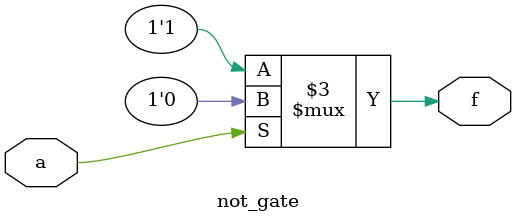
<source format=v>
`timescale 1ns / 1ps


module not_gate(
    input a,
    output reg f
    );
    
    always@(*)
    begin
    case(a)
    1'b0: f = 1;
    default: f = 0;
    endcase
    end
endmodule

</source>
